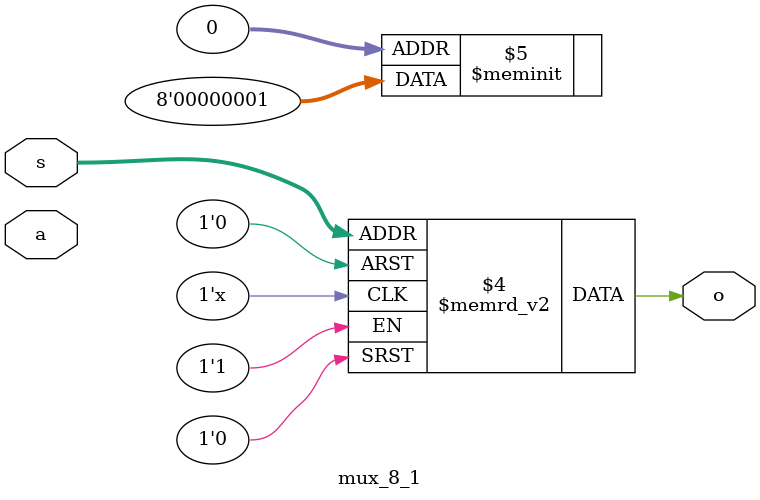
<source format=v>
module mux_8_1(o,a,s);
output reg o;
input wire [7:0]a;
input wire [2:0]s;
always @(s, a) begin
    case (s) 
    3'b000 : o =8'b00000001;
    3'b001 : o =8'b00000010;
    3'b010 : o =8'b00000100;
    3'b011 : o =8'b00001000;
    3'b100 : o =8'b00010000;
    3'b101 : o =8'b00100000;
    3'b110 : o =8'b01000000;
    3'b111 : o =8'b10000000;
    default: o =8'bxxxxxxxx;
    endcase
end
endmodule


</source>
